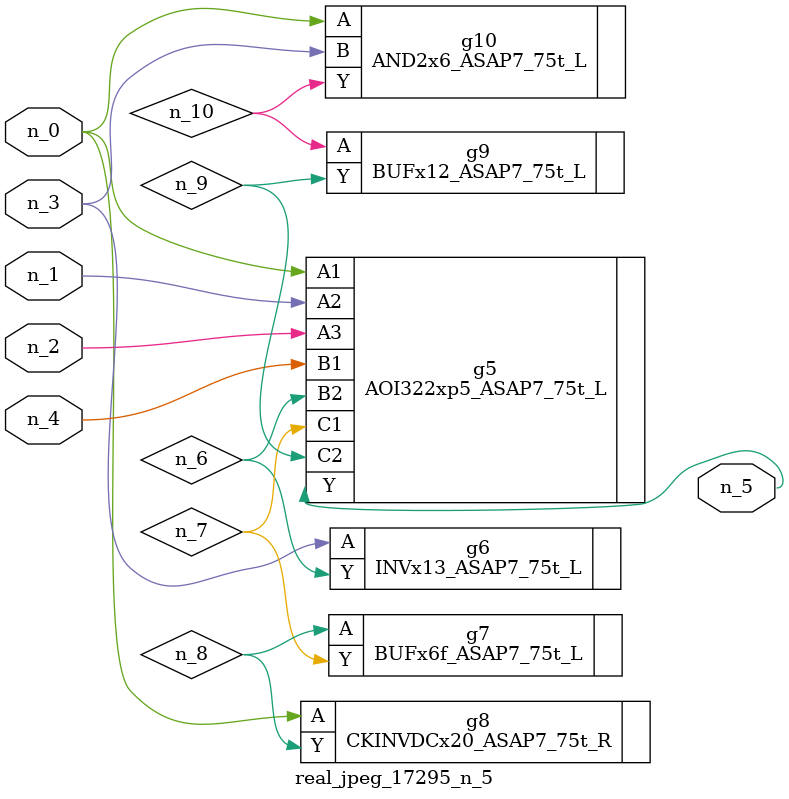
<source format=v>
module real_jpeg_17295_n_5 (n_4, n_0, n_1, n_2, n_3, n_5);

input n_4;
input n_0;
input n_1;
input n_2;
input n_3;

output n_5;

wire n_8;
wire n_6;
wire n_7;
wire n_10;
wire n_9;

AOI322xp5_ASAP7_75t_L g5 ( 
.A1(n_0),
.A2(n_1),
.A3(n_2),
.B1(n_4),
.B2(n_6),
.C1(n_7),
.C2(n_9),
.Y(n_5)
);

CKINVDCx20_ASAP7_75t_R g8 ( 
.A(n_0),
.Y(n_8)
);

AND2x6_ASAP7_75t_L g10 ( 
.A(n_0),
.B(n_3),
.Y(n_10)
);

INVx13_ASAP7_75t_L g6 ( 
.A(n_3),
.Y(n_6)
);

BUFx6f_ASAP7_75t_L g7 ( 
.A(n_8),
.Y(n_7)
);

BUFx12_ASAP7_75t_L g9 ( 
.A(n_10),
.Y(n_9)
);


endmodule
</source>
